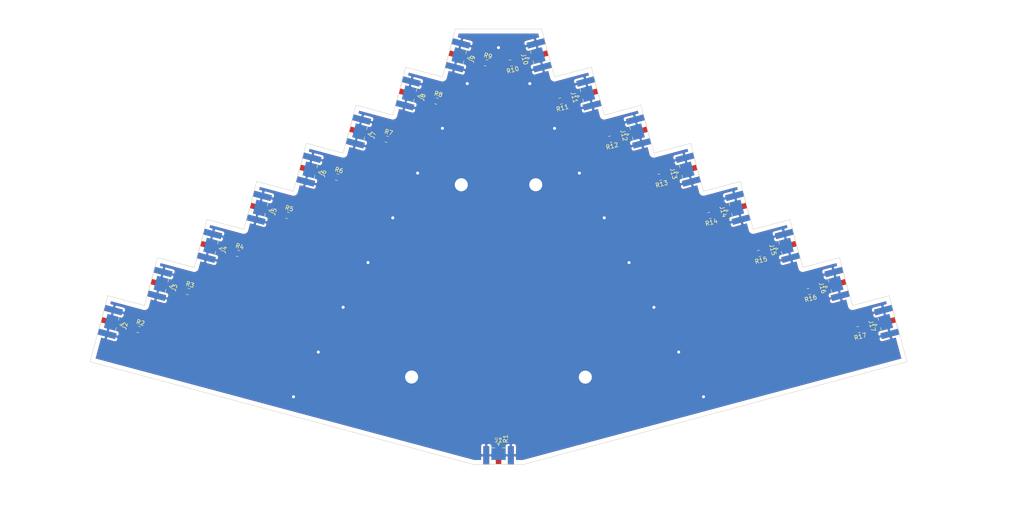
<source format=kicad_pcb>
(kicad_pcb (version 20171130) (host pcbnew 5.1.6-c6e7f7d~87~ubuntu18.04.1)
  (title_block (title "Divisor de potencia resistivo 1x16 - Coplanar") (date 2020-08-16) (rev PCB-C-1.3) (company "Instituto Balseiro") (comment 1 "Ingeniería en Telecomunicaciones") (comment 2 "Quinteros del Castillo, José Ignacio") (comment 3 "Sistema para Emulación, Adquisición y Procesamiento de Datos de Matrices de Sensores"))
  (layers (0 F.Cu signal) (31 B.Cu signal hide) (34 B.Paste user hide) (35 F.Paste user) (36 B.SilkS user hide) (37 F.SilkS user) (38 B.Mask user hide) (39 F.Mask user) (44 Edge.Cuts user))
  (net 0 "")
  (net 1 "Net-(J1-Pad1)")
  (net 2 GND)
  (net 3 "Net-(J2-Pad1)")
  (net 4 "Net-(J3-Pad1)")
  (net 5 "Net-(J4-Pad1)")
  (net 6 "Net-(J5-Pad1)")
  (net 7 "Net-(J6-Pad1)")
  (net 8 "Net-(J7-Pad1)")
  (net 9 "Net-(J8-Pad1)")
  (net 10 "Net-(J9-Pad1)")
  (net 11 "Net-(J10-Pad1)")
  (net 12 "Net-(J11-Pad1)")
  (net 13 "Net-(J12-Pad1)")
  (net 14 "Net-(J13-Pad1)")
  (net 15 "Net-(J14-Pad1)")
  (net 16 "Net-(J15-Pad1)")
  (net 17 "Net-(J16-Pad1)")
  (net 18 "Net-(J17-Pad1)")
  (net 19 "Net-(R1-Pad1)")
  (module Connector_Coaxial:SMA_Samtec_SMA-J-P-X-ST-EM1_EdgeMount (layer F.Cu) (at 147.262721 141.299623)
    (fp_text reference J1 (at 0 -3.5) (layer F.SilkS))
    (fp_text value SMA_Female)
    (fp_line (start 0.84 -1.71) (end 1.95 -1.71) (layer F.SilkS) (width 0.12))
    (fp_line (start -1.95 -1.71) (end -0.84 -1.71) (layer F.SilkS) (width 0.12))
    (fp_line (start 0.84 2) (end 1.95 2) (layer F.SilkS) (width 0.12))
    (fp_line (start -1.95 2) (end -0.84 2) (layer F.SilkS) (width 0.12))
    (fp_line (start 0 -2.26) (end 0.25 -2.76) (layer F.SilkS) (width 0.12))
    (fp_line (start 0.25 -2.76) (end -0.25 -2.76) (layer F.SilkS) (width 0.12))
    (fp_line (start -0.25 -2.76) (end 0 -2.26) (layer F.SilkS) (width 0.12))
    (pad 1 smd rect (at 0 0.2) (size 1.27 3.6) (layers F.Cu F.Paste F.Mask) (net 1 "Net-(J1-Pad1)"))
    (pad 2 smd rect (at 2.825 0) (size 1.35 4.2) (layers F.Cu F.Paste F.Mask) (net 2 GND))
    (pad 2 smd rect (at -2.825 0) (size 1.35 4.2) (layers F.Cu F.Paste F.Mask) (net 2 GND))
    (pad 2 smd rect (at 2.825 0) (size 1.35 4.2) (layers B.Cu B.Paste B.Mask) (net 2 GND))
    (pad 2 smd rect (at -2.825 0) (size 1.35 4.2) (layers B.Cu B.Paste B.Mask) (net 2 GND))
  )
  (module Connector_Coaxial:SMA_Samtec_SMA-J-P-X-ST-EM1_EdgeMount (layer F.Cu) (at 58.082722 110.689624 255)
    (fp_text reference J2 (at 0 -3.5 75) (layer F.SilkS))
    (fp_text value SMA_Female)
    (fp_line (start -0.25 -2.76) (end 0 -2.26) (layer F.SilkS) (width 0.12))
    (fp_line (start 0.25 -2.76) (end -0.25 -2.76) (layer F.SilkS) (width 0.12))
    (fp_line (start 0 -2.26) (end 0.25 -2.76) (layer F.SilkS) (width 0.12))
    (fp_line (start -1.95 2) (end -0.84 2) (layer F.SilkS) (width 0.12))
    (fp_line (start 0.84 2) (end 1.95 2) (layer F.SilkS) (width 0.12))
    (fp_line (start -1.95 -1.71) (end -0.84 -1.71) (layer F.SilkS) (width 0.12))
    (fp_line (start 0.84 -1.71) (end 1.95 -1.71) (layer F.SilkS) (width 0.12))
    (pad 2 smd rect (at -2.825 0 255) (size 1.35 4.2) (layers B.Cu B.Paste B.Mask) (net 2 GND))
    (pad 2 smd rect (at 2.825 0 255) (size 1.35 4.2) (layers B.Cu B.Paste B.Mask) (net 2 GND))
    (pad 2 smd rect (at -2.825 0 255) (size 1.35 4.2) (layers F.Cu F.Paste F.Mask) (net 2 GND))
    (pad 2 smd rect (at 2.825 0 255) (size 1.35 4.2) (layers F.Cu F.Paste F.Mask) (net 2 GND))
    (pad 1 smd rect (at 0 0.2 255) (size 1.27 3.6) (layers F.Cu F.Paste F.Mask) (net 3 "Net-(J2-Pad1)"))
  )
  (module Connector_Coaxial:SMA_Samtec_SMA-J-P-X-ST-EM1_EdgeMount (layer F.Cu) (at 69.472723 101.929626 255)
    (fp_text reference J3 (at 0 -3.5 75) (layer F.SilkS))
    (fp_text value SMA_Female)
    (fp_line (start -0.25 -2.76) (end 0 -2.26) (layer F.SilkS) (width 0.12))
    (fp_line (start 0.25 -2.76) (end -0.25 -2.76) (layer F.SilkS) (width 0.12))
    (fp_line (start 0 -2.26) (end 0.25 -2.76) (layer F.SilkS) (width 0.12))
    (fp_line (start -1.95 2) (end -0.84 2) (layer F.SilkS) (width 0.12))
    (fp_line (start 0.84 2) (end 1.95 2) (layer F.SilkS) (width 0.12))
    (fp_line (start -1.95 -1.71) (end -0.84 -1.71) (layer F.SilkS) (width 0.12))
    (fp_line (start 0.84 -1.71) (end 1.95 -1.71) (layer F.SilkS) (width 0.12))
    (pad 2 smd rect (at -2.825 0 255) (size 1.35 4.2) (layers B.Cu B.Paste B.Mask) (net 2 GND))
    (pad 2 smd rect (at 2.825 0 255) (size 1.35 4.2) (layers B.Cu B.Paste B.Mask) (net 2 GND))
    (pad 2 smd rect (at -2.825 0 255) (size 1.35 4.2) (layers F.Cu F.Paste F.Mask) (net 2 GND))
    (pad 2 smd rect (at 2.825 0 255) (size 1.35 4.2) (layers F.Cu F.Paste F.Mask) (net 2 GND))
    (pad 1 smd rect (at 0 0.2 255) (size 1.27 3.6) (layers F.Cu F.Paste F.Mask) (net 4 "Net-(J3-Pad1)"))
  )
  (module Connector_Coaxial:SMA_Samtec_SMA-J-P-X-ST-EM1_EdgeMount (layer F.Cu) (at 80.882722 93.189624 255)
    (fp_text reference J4 (at 0 -3.5 75) (layer F.SilkS))
    (fp_text value SMA_Female)
    (fp_line (start -0.25 -2.76) (end 0 -2.26) (layer F.SilkS) (width 0.12))
    (fp_line (start 0.25 -2.76) (end -0.25 -2.76) (layer F.SilkS) (width 0.12))
    (fp_line (start 0 -2.26) (end 0.25 -2.76) (layer F.SilkS) (width 0.12))
    (fp_line (start -1.95 2) (end -0.84 2) (layer F.SilkS) (width 0.12))
    (fp_line (start 0.84 2) (end 1.95 2) (layer F.SilkS) (width 0.12))
    (fp_line (start -1.95 -1.71) (end -0.84 -1.71) (layer F.SilkS) (width 0.12))
    (fp_line (start 0.84 -1.71) (end 1.95 -1.71) (layer F.SilkS) (width 0.12))
    (pad 2 smd rect (at -2.825 0 255) (size 1.35 4.2) (layers B.Cu B.Paste B.Mask) (net 2 GND))
    (pad 2 smd rect (at 2.825 0 255) (size 1.35 4.2) (layers B.Cu B.Paste B.Mask) (net 2 GND))
    (pad 2 smd rect (at -2.825 0 255) (size 1.35 4.2) (layers F.Cu F.Paste F.Mask) (net 2 GND))
    (pad 2 smd rect (at 2.825 0 255) (size 1.35 4.2) (layers F.Cu F.Paste F.Mask) (net 2 GND))
    (pad 1 smd rect (at 0 0.2 255) (size 1.27 3.6) (layers F.Cu F.Paste F.Mask) (net 5 "Net-(J4-Pad1)"))
  )
  (module Connector_Coaxial:SMA_Samtec_SMA-J-P-X-ST-EM1_EdgeMount (layer F.Cu) (at 92.282719 84.449626 255)
    (fp_text reference J5 (at 0 -3.5 75) (layer F.SilkS))
    (fp_text value SMA_Female)
    (fp_line (start 0.84 -1.71) (end 1.95 -1.71) (layer F.SilkS) (width 0.12))
    (fp_line (start -1.95 -1.71) (end -0.84 -1.71) (layer F.SilkS) (width 0.12))
    (fp_line (start 0.84 2) (end 1.95 2) (layer F.SilkS) (width 0.12))
    (fp_line (start -1.95 2) (end -0.84 2) (layer F.SilkS) (width 0.12))
    (fp_line (start 0 -2.26) (end 0.25 -2.76) (layer F.SilkS) (width 0.12))
    (fp_line (start 0.25 -2.76) (end -0.25 -2.76) (layer F.SilkS) (width 0.12))
    (fp_line (start -0.25 -2.76) (end 0 -2.26) (layer F.SilkS) (width 0.12))
    (pad 1 smd rect (at 0 0.2 255) (size 1.27 3.6) (layers F.Cu F.Paste F.Mask) (net 6 "Net-(J5-Pad1)"))
    (pad 2 smd rect (at 2.825 0 255) (size 1.35 4.2) (layers F.Cu F.Paste F.Mask) (net 2 GND))
    (pad 2 smd rect (at -2.825 0 255) (size 1.35 4.2) (layers F.Cu F.Paste F.Mask) (net 2 GND))
    (pad 2 smd rect (at 2.825 0 255) (size 1.35 4.2) (layers B.Cu B.Paste B.Mask) (net 2 GND))
    (pad 2 smd rect (at -2.825 0 255) (size 1.35 4.2) (layers B.Cu B.Paste B.Mask) (net 2 GND))
  )
  (module Connector_Coaxial:SMA_Samtec_SMA-J-P-X-ST-EM1_EdgeMount (layer F.Cu) (at 103.67272 75.689625 255)
    (fp_text reference J6 (at 0 -3.5 75) (layer F.SilkS))
    (fp_text value SMA_Female)
    (fp_line (start -0.25 -2.76) (end 0 -2.26) (layer F.SilkS) (width 0.12))
    (fp_line (start 0.25 -2.76) (end -0.25 -2.76) (layer F.SilkS) (width 0.12))
    (fp_line (start 0 -2.26) (end 0.25 -2.76) (layer F.SilkS) (width 0.12))
    (fp_line (start -1.95 2) (end -0.84 2) (layer F.SilkS) (width 0.12))
    (fp_line (start 0.84 2) (end 1.95 2) (layer F.SilkS) (width 0.12))
    (fp_line (start -1.95 -1.71) (end -0.84 -1.71) (layer F.SilkS) (width 0.12))
    (fp_line (start 0.84 -1.71) (end 1.95 -1.71) (layer F.SilkS) (width 0.12))
    (pad 2 smd rect (at -2.825 0 255) (size 1.35 4.2) (layers B.Cu B.Paste B.Mask) (net 2 GND))
    (pad 2 smd rect (at 2.825 0 255) (size 1.35 4.2) (layers B.Cu B.Paste B.Mask) (net 2 GND))
    (pad 2 smd rect (at -2.825 0 255) (size 1.35 4.2) (layers F.Cu F.Paste F.Mask) (net 2 GND))
    (pad 2 smd rect (at 2.825 0 255) (size 1.35 4.2) (layers F.Cu F.Paste F.Mask) (net 2 GND))
    (pad 1 smd rect (at 0 0.2 255) (size 1.27 3.6) (layers F.Cu F.Paste F.Mask) (net 7 "Net-(J6-Pad1)"))
  )
  (module Connector_Coaxial:SMA_Samtec_SMA-J-P-X-ST-EM1_EdgeMount (layer F.Cu) (at 115.08272 66.929625 255)
    (fp_text reference J7 (at 0 -3.5 75) (layer F.SilkS))
    (fp_text value SMA_Female)
    (fp_line (start 0.84 -1.71) (end 1.95 -1.71) (layer F.SilkS) (width 0.12))
    (fp_line (start -1.95 -1.71) (end -0.84 -1.71) (layer F.SilkS) (width 0.12))
    (fp_line (start 0.84 2) (end 1.95 2) (layer F.SilkS) (width 0.12))
    (fp_line (start -1.95 2) (end -0.84 2) (layer F.SilkS) (width 0.12))
    (fp_line (start 0 -2.26) (end 0.25 -2.76) (layer F.SilkS) (width 0.12))
    (fp_line (start 0.25 -2.76) (end -0.25 -2.76) (layer F.SilkS) (width 0.12))
    (fp_line (start -0.25 -2.76) (end 0 -2.26) (layer F.SilkS) (width 0.12))
    (pad 1 smd rect (at 0 0.2 255) (size 1.27 3.6) (layers F.Cu F.Paste F.Mask) (net 8 "Net-(J7-Pad1)"))
    (pad 2 smd rect (at 2.825 0 255) (size 1.35 4.2) (layers F.Cu F.Paste F.Mask) (net 2 GND))
    (pad 2 smd rect (at -2.825 0 255) (size 1.35 4.2) (layers F.Cu F.Paste F.Mask) (net 2 GND))
    (pad 2 smd rect (at 2.825 0 255) (size 1.35 4.2) (layers B.Cu B.Paste B.Mask) (net 2 GND))
    (pad 2 smd rect (at -2.825 0 255) (size 1.35 4.2) (layers B.Cu B.Paste B.Mask) (net 2 GND))
  )
  (module Connector_Coaxial:SMA_Samtec_SMA-J-P-X-ST-EM1_EdgeMount (layer F.Cu) (at 126.472719 58.189626 255)
    (fp_text reference J8 (at 0 -3.5 75) (layer F.SilkS))
    (fp_text value SMA_Female)
    (fp_line (start 0.84 -1.71) (end 1.95 -1.71) (layer F.SilkS) (width 0.12))
    (fp_line (start -1.95 -1.71) (end -0.84 -1.71) (layer F.SilkS) (width 0.12))
    (fp_line (start 0.84 2) (end 1.95 2) (layer F.SilkS) (width 0.12))
    (fp_line (start -1.95 2) (end -0.84 2) (layer F.SilkS) (width 0.12))
    (fp_line (start 0 -2.26) (end 0.25 -2.76) (layer F.SilkS) (width 0.12))
    (fp_line (start 0.25 -2.76) (end -0.25 -2.76) (layer F.SilkS) (width 0.12))
    (fp_line (start -0.25 -2.76) (end 0 -2.26) (layer F.SilkS) (width 0.12))
    (pad 1 smd rect (at 0 0.2 255) (size 1.27 3.6) (layers F.Cu F.Paste F.Mask) (net 9 "Net-(J8-Pad1)"))
    (pad 2 smd rect (at 2.825 0 255) (size 1.35 4.2) (layers F.Cu F.Paste F.Mask) (net 2 GND))
    (pad 2 smd rect (at -2.825 0 255) (size 1.35 4.2) (layers F.Cu F.Paste F.Mask) (net 2 GND))
    (pad 2 smd rect (at 2.825 0 255) (size 1.35 4.2) (layers B.Cu B.Paste B.Mask) (net 2 GND))
    (pad 2 smd rect (at -2.825 0 255) (size 1.35 4.2) (layers B.Cu B.Paste B.Mask) (net 2 GND))
  )
  (module Connector_Coaxial:SMA_Samtec_SMA-J-P-X-ST-EM1_EdgeMount (layer F.Cu) (at 137.882722 49.449626 255)
    (fp_text reference J9 (at 0 -3.5 75) (layer F.SilkS))
    (fp_text value SMA_Female)
    (fp_line (start -0.25 -2.76) (end 0 -2.26) (layer F.SilkS) (width 0.12))
    (fp_line (start 0.25 -2.76) (end -0.25 -2.76) (layer F.SilkS) (width 0.12))
    (fp_line (start 0 -2.26) (end 0.25 -2.76) (layer F.SilkS) (width 0.12))
    (fp_line (start -1.95 2) (end -0.84 2) (layer F.SilkS) (width 0.12))
    (fp_line (start 0.84 2) (end 1.95 2) (layer F.SilkS) (width 0.12))
    (fp_line (start -1.95 -1.71) (end -0.84 -1.71) (layer F.SilkS) (width 0.12))
    (fp_line (start 0.84 -1.71) (end 1.95 -1.71) (layer F.SilkS) (width 0.12))
    (pad 2 smd rect (at -2.825 0 255) (size 1.35 4.2) (layers B.Cu B.Paste B.Mask) (net 2 GND))
    (pad 2 smd rect (at 2.825 0 255) (size 1.35 4.2) (layers B.Cu B.Paste B.Mask) (net 2 GND))
    (pad 2 smd rect (at -2.825 0 255) (size 1.35 4.2) (layers F.Cu F.Paste F.Mask) (net 2 GND))
    (pad 2 smd rect (at 2.825 0 255) (size 1.35 4.2) (layers F.Cu F.Paste F.Mask) (net 2 GND))
    (pad 1 smd rect (at 0 0.2 255) (size 1.27 3.6) (layers F.Cu F.Paste F.Mask) (net 10 "Net-(J9-Pad1)"))
  )
  (module Connector_Coaxial:SMA_Samtec_SMA-J-P-X-ST-EM1_EdgeMount (layer F.Cu) (at 156.622723 49.439624 105)
    (fp_text reference J10 (at 0 -3.5 105) (layer F.SilkS))
    (fp_text value SMA_Female)
    (fp_line (start -0.25 -2.76) (end 0 -2.26) (layer F.SilkS) (width 0.12))
    (fp_line (start 0.25 -2.76) (end -0.25 -2.76) (layer F.SilkS) (width 0.12))
    (fp_line (start 0 -2.26) (end 0.25 -2.76) (layer F.SilkS) (width 0.12))
    (fp_line (start -1.95 2) (end -0.84 2) (layer F.SilkS) (width 0.12))
    (fp_line (start 0.84 2) (end 1.95 2) (layer F.SilkS) (width 0.12))
    (fp_line (start -1.95 -1.71) (end -0.84 -1.71) (layer F.SilkS) (width 0.12))
    (fp_line (start 0.84 -1.71) (end 1.95 -1.71) (layer F.SilkS) (width 0.12))
    (pad 2 smd rect (at -2.825 0 105) (size 1.35 4.2) (layers B.Cu B.Paste B.Mask) (net 2 GND))
    (pad 2 smd rect (at 2.825 0 105) (size 1.35 4.2) (layers B.Cu B.Paste B.Mask) (net 2 GND))
    (pad 2 smd rect (at -2.825 0 105) (size 1.35 4.2) (layers F.Cu F.Paste F.Mask) (net 2 GND))
    (pad 2 smd rect (at 2.825 0 105) (size 1.35 4.2) (layers F.Cu F.Paste F.Mask) (net 2 GND))
    (pad 1 smd rect (at 0 0.2 105) (size 1.27 3.6) (layers F.Cu F.Paste F.Mask) (net 11 "Net-(J10-Pad1)"))
  )
  (module Connector_Coaxial:SMA_Samtec_SMA-J-P-X-ST-EM1_EdgeMount (layer F.Cu) (at 168.032721 58.199625 105)
    (fp_text reference J11 (at 0 -3.5 105) (layer F.SilkS))
    (fp_text value SMA_Female)
    (fp_line (start 0.84 -1.71) (end 1.95 -1.71) (layer F.SilkS) (width 0.12))
    (fp_line (start -1.95 -1.71) (end -0.84 -1.71) (layer F.SilkS) (width 0.12))
    (fp_line (start 0.84 2) (end 1.95 2) (layer F.SilkS) (width 0.12))
    (fp_line (start -1.95 2) (end -0.84 2) (layer F.SilkS) (width 0.12))
    (fp_line (start 0 -2.26) (end 0.25 -2.76) (layer F.SilkS) (width 0.12))
    (fp_line (start 0.25 -2.76) (end -0.25 -2.76) (layer F.SilkS) (width 0.12))
    (fp_line (start -0.25 -2.76) (end 0 -2.26) (layer F.SilkS) (width 0.12))
    (pad 1 smd rect (at 0 0.2 105) (size 1.27 3.6) (layers F.Cu F.Paste F.Mask) (net 12 "Net-(J11-Pad1)"))
    (pad 2 smd rect (at 2.825 0 105) (size 1.35 4.2) (layers F.Cu F.Paste F.Mask) (net 2 GND))
    (pad 2 smd rect (at -2.825 0 105) (size 1.35 4.2) (layers F.Cu F.Paste F.Mask) (net 2 GND))
    (pad 2 smd rect (at 2.825 0 105) (size 1.35 4.2) (layers B.Cu B.Paste B.Mask) (net 2 GND))
    (pad 2 smd rect (at -2.825 0 105) (size 1.35 4.2) (layers B.Cu B.Paste B.Mask) (net 2 GND))
  )
  (module Connector_Coaxial:SMA_Samtec_SMA-J-P-X-ST-EM1_EdgeMount (layer F.Cu) (at 179.432722 66.939625 105)
    (fp_text reference J12 (at 0 -3.5 105) (layer F.SilkS))
    (fp_text value SMA_Female)
    (fp_line (start 0.84 -1.71) (end 1.95 -1.71) (layer F.SilkS) (width 0.12))
    (fp_line (start -1.95 -1.71) (end -0.84 -1.71) (layer F.SilkS) (width 0.12))
    (fp_line (start 0.84 2) (end 1.95 2) (layer F.SilkS) (width 0.12))
    (fp_line (start -1.95 2) (end -0.84 2) (layer F.SilkS) (width 0.12))
    (fp_line (start 0 -2.26) (end 0.25 -2.76) (layer F.SilkS) (width 0.12))
    (fp_line (start 0.25 -2.76) (end -0.25 -2.76) (layer F.SilkS) (width 0.12))
    (fp_line (start -0.25 -2.76) (end 0 -2.26) (layer F.SilkS) (width 0.12))
    (pad 1 smd rect (at 0 0.2 105) (size 1.27 3.6) (layers F.Cu F.Paste F.Mask) (net 13 "Net-(J12-Pad1)"))
    (pad 2 smd rect (at 2.825 0 105) (size 1.35 4.2) (layers F.Cu F.Paste F.Mask) (net 2 GND))
    (pad 2 smd rect (at -2.825 0 105) (size 1.35 4.2) (layers F.Cu F.Paste F.Mask) (net 2 GND))
    (pad 2 smd rect (at 2.825 0 105) (size 1.35 4.2) (layers B.Cu B.Paste B.Mask) (net 2 GND))
    (pad 2 smd rect (at -2.825 0 105) (size 1.35 4.2) (layers B.Cu B.Paste B.Mask) (net 2 GND))
  )
  (module Connector_Coaxial:SMA_Samtec_SMA-J-P-X-ST-EM1_EdgeMount (layer F.Cu) (at 190.81272 75.699623 105)
    (fp_text reference J13 (at 0 -3.5 105) (layer F.SilkS))
    (fp_text value SMA_Female)
    (fp_line (start -0.25 -2.76) (end 0 -2.26) (layer F.SilkS) (width 0.12))
    (fp_line (start 0.25 -2.76) (end -0.25 -2.76) (layer F.SilkS) (width 0.12))
    (fp_line (start 0 -2.26) (end 0.25 -2.76) (layer F.SilkS) (width 0.12))
    (fp_line (start -1.95 2) (end -0.84 2) (layer F.SilkS) (width 0.12))
    (fp_line (start 0.84 2) (end 1.95 2) (layer F.SilkS) (width 0.12))
    (fp_line (start -1.95 -1.71) (end -0.84 -1.71) (layer F.SilkS) (width 0.12))
    (fp_line (start 0.84 -1.71) (end 1.95 -1.71) (layer F.SilkS) (width 0.12))
    (pad 2 smd rect (at -2.825 0 105) (size 1.35 4.2) (layers B.Cu B.Paste B.Mask) (net 2 GND))
    (pad 2 smd rect (at 2.825 0 105) (size 1.35 4.2) (layers B.Cu B.Paste B.Mask) (net 2 GND))
    (pad 2 smd rect (at -2.825 0 105) (size 1.35 4.2) (layers F.Cu F.Paste F.Mask) (net 2 GND))
    (pad 2 smd rect (at 2.825 0 105) (size 1.35 4.2) (layers F.Cu F.Paste F.Mask) (net 2 GND))
    (pad 1 smd rect (at 0 0.2 105) (size 1.27 3.6) (layers F.Cu F.Paste F.Mask) (net 14 "Net-(J13-Pad1)"))
  )
  (module Connector_Coaxial:SMA_Samtec_SMA-J-P-X-ST-EM1_EdgeMount (layer F.Cu) (at 202.227257 84.444805 105)
    (fp_text reference J14 (at 0 -3.5 105) (layer F.SilkS))
    (fp_text value SMA_Female)
    (fp_line (start -0.25 -2.76) (end 0 -2.26) (layer F.SilkS) (width 0.12))
    (fp_line (start 0.25 -2.76) (end -0.25 -2.76) (layer F.SilkS) (width 0.12))
    (fp_line (start 0 -2.26) (end 0.25 -2.76) (layer F.SilkS) (width 0.12))
    (fp_line (start -1.95 2) (end -0.84 2) (layer F.SilkS) (width 0.12))
    (fp_line (start 0.84 2) (end 1.95 2) (layer F.SilkS) (width 0.12))
    (fp_line (start -1.95 -1.71) (end -0.84 -1.71) (layer F.SilkS) (width 0.12))
    (fp_line (start 0.84 -1.71) (end 1.95 -1.71) (layer F.SilkS) (width 0.12))
    (pad 2 smd rect (at -2.825 0 105) (size 1.35 4.2) (layers B.Cu B.Paste B.Mask) (net 2 GND))
    (pad 2 smd rect (at 2.825 0 105) (size 1.35 4.2) (layers B.Cu B.Paste B.Mask) (net 2 GND))
    (pad 2 smd rect (at -2.825 0 105) (size 1.35 4.2) (layers F.Cu F.Paste F.Mask) (net 2 GND))
    (pad 2 smd rect (at 2.825 0 105) (size 1.35 4.2) (layers F.Cu F.Paste F.Mask) (net 2 GND))
    (pad 1 smd rect (at 0 0.2 105) (size 1.27 3.6) (layers F.Cu F.Paste F.Mask) (net 15 "Net-(J14-Pad1)"))
  )
  (module Connector_Coaxial:SMA_Samtec_SMA-J-P-X-ST-EM1_EdgeMount (layer F.Cu) (at 213.622719 93.199625 105)
    (fp_text reference J15 (at 0 -3.5 105) (layer F.SilkS))
    (fp_text value SMA_Female)
    (fp_line (start 0.84 -1.71) (end 1.95 -1.71) (layer F.SilkS) (width 0.12))
    (fp_line (start -1.95 -1.71) (end -0.84 -1.71) (layer F.SilkS) (width 0.12))
    (fp_line (start 0.84 2) (end 1.95 2) (layer F.SilkS) (width 0.12))
    (fp_line (start -1.95 2) (end -0.84 2) (layer F.SilkS) (width 0.12))
    (fp_line (start 0 -2.26) (end 0.25 -2.76) (layer F.SilkS) (width 0.12))
    (fp_line (start 0.25 -2.76) (end -0.25 -2.76) (layer F.SilkS) (width 0.12))
    (fp_line (start -0.25 -2.76) (end 0 -2.26) (layer F.SilkS) (width 0.12))
    (pad 1 smd rect (at 0 0.2 105) (size 1.27 3.6) (layers F.Cu F.Paste F.Mask) (net 16 "Net-(J15-Pad1)"))
    (pad 2 smd rect (at 2.825 0 105) (size 1.35 4.2) (layers F.Cu F.Paste F.Mask) (net 2 GND))
    (pad 2 smd rect (at -2.825 0 105) (size 1.35 4.2) (layers F.Cu F.Paste F.Mask) (net 2 GND))
    (pad 2 smd rect (at 2.825 0 105) (size 1.35 4.2) (layers B.Cu B.Paste B.Mask) (net 2 GND))
    (pad 2 smd rect (at -2.825 0 105) (size 1.35 4.2) (layers B.Cu B.Paste B.Mask) (net 2 GND))
  )
  (module Connector_Coaxial:SMA_Samtec_SMA-J-P-X-ST-EM1_EdgeMount (layer F.Cu) (at 225.022721 101.949624 105)
    (fp_text reference J16 (at 0 -3.5 105) (layer F.SilkS))
    (fp_text value SMA_Female)
    (fp_line (start 0.84 -1.71) (end 1.95 -1.71) (layer F.SilkS) (width 0.12))
    (fp_line (start -1.95 -1.71) (end -0.84 -1.71) (layer F.SilkS) (width 0.12))
    (fp_line (start 0.84 2) (end 1.95 2) (layer F.SilkS) (width 0.12))
    (fp_line (start -1.95 2) (end -0.84 2) (layer F.SilkS) (width 0.12))
    (fp_line (start 0 -2.26) (end 0.25 -2.76) (layer F.SilkS) (width 0.12))
    (fp_line (start 0.25 -2.76) (end -0.25 -2.76) (layer F.SilkS) (width 0.12))
    (fp_line (start -0.25 -2.76) (end 0 -2.26) (layer F.SilkS) (width 0.12))
    (pad 1 smd rect (at 0 0.2 105) (size 1.27 3.6) (layers F.Cu F.Paste F.Mask) (net 17 "Net-(J16-Pad1)"))
    (pad 2 smd rect (at 2.825 0 105) (size 1.35 4.2) (layers F.Cu F.Paste F.Mask) (net 2 GND))
    (pad 2 smd rect (at -2.825 0 105) (size 1.35 4.2) (layers F.Cu F.Paste F.Mask) (net 2 GND))
    (pad 2 smd rect (at 2.825 0 105) (size 1.35 4.2) (layers B.Cu B.Paste B.Mask) (net 2 GND))
    (pad 2 smd rect (at -2.825 0 105) (size 1.35 4.2) (layers B.Cu B.Paste B.Mask) (net 2 GND))
  )
  (module Connector_Coaxial:SMA_Samtec_SMA-J-P-X-ST-EM1_EdgeMount (layer F.Cu) (at 236.412723 110.689625 105)
    (fp_text reference J17 (at 0 -3.5 105) (layer F.SilkS))
    (fp_text value SMA_Female)
    (fp_line (start -0.25 -2.76) (end 0 -2.26) (layer F.SilkS) (width 0.12))
    (fp_line (start 0.25 -2.76) (end -0.25 -2.76) (layer F.SilkS) (width 0.12))
    (fp_line (start 0 -2.26) (end 0.25 -2.76) (layer F.SilkS) (width 0.12))
    (fp_line (start -1.95 2) (end -0.84 2) (layer F.SilkS) (width 0.12))
    (fp_line (start 0.84 2) (end 1.95 2) (layer F.SilkS) (width 0.12))
    (fp_line (start -1.95 -1.71) (end -0.84 -1.71) (layer F.SilkS) (width 0.12))
    (fp_line (start 0.84 -1.71) (end 1.95 -1.71) (layer F.SilkS) (width 0.12))
    (pad 2 smd rect (at -2.825 0 105) (size 1.35 4.2) (layers B.Cu B.Paste B.Mask) (net 2 GND))
    (pad 2 smd rect (at 2.825 0 105) (size 1.35 4.2) (layers B.Cu B.Paste B.Mask) (net 2 GND))
    (pad 2 smd rect (at -2.825 0 105) (size 1.35 4.2) (layers F.Cu F.Paste F.Mask) (net 2 GND))
    (pad 2 smd rect (at 2.825 0 105) (size 1.35 4.2) (layers F.Cu F.Paste F.Mask) (net 2 GND))
    (pad 1 smd rect (at 0 0.2 105) (size 1.27 3.6) (layers F.Cu F.Paste F.Mask) (net 18 "Net-(J17-Pad1)"))
  )
  (module Resistor_SMD:R_0805_2012Metric_Pad1.15x1.40mm_HandSolder (layer F.Cu) (at 147.23272 137.509623 270)
    (fp_text reference R1 (at 0 -1.65 90) (layer F.SilkS))
    (fp_text value 43)
    (fp_line (start -0.261252 0.71) (end 0.261252 0.71) (layer F.SilkS) (width 0.12))
    (fp_line (start -0.261252 -0.71) (end 0.261252 -0.71) (layer F.SilkS) (width 0.12))
    (pad 2 smd roundrect (at 1.025 0 270) (size 1.15 1.4) (layers F.Cu F.Paste F.Mask) (roundrect_rratio 0.217391) (net 1 "Net-(J1-Pad1)"))
    (pad 1 smd roundrect (at -1.025 0 270) (size 1.15 1.4) (layers F.Cu F.Paste F.Mask) (roundrect_rratio 0.217391) (net 19 "Net-(R1-Pad1)"))
  )
  (module Resistor_SMD:R_0805_2012Metric_Pad1.15x1.40mm_HandSolder (layer F.Cu) (at 64.612722 112.419623 345)
    (fp_text reference R2 (at 0 -1.65 165) (layer F.SilkS))
    (fp_text value 43)
    (fp_line (start -0.261252 -0.71) (end 0.261252 -0.71) (layer F.SilkS) (width 0.12))
    (fp_line (start -0.261252 0.71) (end 0.261252 0.71) (layer F.SilkS) (width 0.12))
    (pad 1 smd roundrect (at -1.025 0 345) (size 1.15 1.4) (layers F.Cu F.Paste F.Mask) (roundrect_rratio 0.217391) (net 3 "Net-(J2-Pad1)"))
    (pad 2 smd roundrect (at 1.025 0 345) (size 1.15 1.4) (layers F.Cu F.Paste F.Mask) (roundrect_rratio 0.217391) (net 19 "Net-(R1-Pad1)"))
  )
  (module Resistor_SMD:R_0805_2012Metric_Pad1.15x1.40mm_HandSolder (layer F.Cu) (at 76.002722 103.699624 345)
    (fp_text reference R3 (at 0 -1.65 165) (layer F.SilkS))
    (fp_text value 43)
    (fp_line (start -0.261252 0.71) (end 0.261252 0.71) (layer F.SilkS) (width 0.12))
    (fp_line (start -0.261252 -0.71) (end 0.261252 -0.71) (layer F.SilkS) (width 0.12))
    (pad 2 smd roundrect (at 1.025 0 345) (size 1.15 1.4) (layers F.Cu F.Paste F.Mask) (roundrect_rratio 0.217391) (net 19 "Net-(R1-Pad1)"))
    (pad 1 smd roundrect (at -1.025 0 345) (size 1.15 1.4) (layers F.Cu F.Paste F.Mask) (roundrect_rratio 0.217391) (net 4 "Net-(J3-Pad1)"))
  )
  (module Resistor_SMD:R_0805_2012Metric_Pad1.15x1.40mm_HandSolder (layer F.Cu) (at 87.402723 94.939624 345)
    (fp_text reference R4 (at 0 -1.65 165) (layer F.SilkS))
    (fp_text value 43)
    (fp_line (start -0.261252 -0.71) (end 0.261252 -0.71) (layer F.SilkS) (width 0.12))
    (fp_line (start -0.261252 0.71) (end 0.261252 0.71) (layer F.SilkS) (width 0.12))
    (pad 1 smd roundrect (at -1.025 0 345) (size 1.15 1.4) (layers F.Cu F.Paste F.Mask) (roundrect_rratio 0.217391) (net 5 "Net-(J4-Pad1)"))
    (pad 2 smd roundrect (at 1.025 0 345) (size 1.15 1.4) (layers F.Cu F.Paste F.Mask) (roundrect_rratio 0.217391) (net 19 "Net-(R1-Pad1)"))
  )
  (module Resistor_SMD:R_0805_2012Metric_Pad1.15x1.40mm_HandSolder (layer F.Cu) (at 98.792646 86.204333 345)
    (fp_text reference R5 (at 0 -1.65 165) (layer F.SilkS))
    (fp_text value 43)
    (fp_line (start -0.261252 0.71) (end 0.261252 0.71) (layer F.SilkS) (width 0.12))
    (fp_line (start -0.261252 -0.71) (end 0.261252 -0.71) (layer F.SilkS) (width 0.12))
    (pad 2 smd roundrect (at 1.025 0 345) (size 1.15 1.4) (layers F.Cu F.Paste F.Mask) (roundrect_rratio 0.217391) (net 19 "Net-(R1-Pad1)"))
    (pad 1 smd roundrect (at -1.025 0 345) (size 1.15 1.4) (layers F.Cu F.Paste F.Mask) (roundrect_rratio 0.217391) (net 6 "Net-(J5-Pad1)"))
  )
  (module Resistor_SMD:R_0805_2012Metric_Pad1.15x1.40mm_HandSolder (layer F.Cu) (at 110.202648 77.434333 345)
    (fp_text reference R6 (at 0 -1.65 165) (layer F.SilkS))
    (fp_text value 43)
    (fp_line (start -0.261252 -0.71) (end 0.261252 -0.71) (layer F.SilkS) (width 0.12))
    (fp_line (start -0.261252 0.71) (end 0.261252 0.71) (layer F.SilkS) (width 0.12))
    (pad 1 smd roundrect (at -1.025 0 345) (size 1.15 1.4) (layers F.Cu F.Paste F.Mask) (roundrect_rratio 0.217391) (net 7 "Net-(J6-Pad1)"))
    (pad 2 smd roundrect (at 1.025 0 345) (size 1.15 1.4) (layers F.Cu F.Paste F.Mask) (roundrect_rratio 0.217391) (net 19 "Net-(R1-Pad1)"))
  )
  (module Resistor_SMD:R_0805_2012Metric_Pad1.15x1.40mm_HandSolder (layer F.Cu) (at 121.60272 68.719623 345)
    (fp_text reference R7 (at 0 -1.65 165) (layer F.SilkS))
    (fp_text value 43)
    (fp_line (start -0.261252 0.71) (end 0.261252 0.71) (layer F.SilkS) (width 0.12))
    (fp_line (start -0.261252 -0.71) (end 0.261252 -0.71) (layer F.SilkS) (width 0.12))
    (pad 2 smd roundrect (at 1.025 0 345) (size 1.15 1.4) (layers F.Cu F.Paste F.Mask) (roundrect_rratio 0.217391) (net 19 "Net-(R1-Pad1)"))
    (pad 1 smd roundrect (at -1.025 0 345) (size 1.15 1.4) (layers F.Cu F.Paste F.Mask) (roundrect_rratio 0.217391) (net 8 "Net-(J7-Pad1)"))
  )
  (module Resistor_SMD:R_0805_2012Metric_Pad1.15x1.40mm_HandSolder (layer F.Cu) (at 133.022648 59.954333 345)
    (fp_text reference R8 (at 0 -1.65 165) (layer F.SilkS))
    (fp_text value 43)
    (fp_line (start -0.261252 -0.71) (end 0.261252 -0.71) (layer F.SilkS) (width 0.12))
    (fp_line (start -0.261252 0.71) (end 0.261252 0.71) (layer F.SilkS) (width 0.12))
    (pad 1 smd roundrect (at -1.025 0 345) (size 1.15 1.4) (layers F.Cu F.Paste F.Mask) (roundrect_rratio 0.217391) (net 9 "Net-(J8-Pad1)"))
    (pad 2 smd roundrect (at 1.025 0 345) (size 1.15 1.4) (layers F.Cu F.Paste F.Mask) (roundrect_rratio 0.217391) (net 19 "Net-(R1-Pad1)"))
  )
  (module Resistor_SMD:R_0805_2012Metric_Pad1.15x1.40mm_HandSolder (layer F.Cu) (at 144.402646 51.184332 345)
    (fp_text reference R9 (at 0 -1.65 165) (layer F.SilkS))
    (fp_text value 43)
    (fp_line (start -0.261252 0.71) (end 0.261252 0.71) (layer F.SilkS) (width 0.12))
    (fp_line (start -0.261252 -0.71) (end 0.261252 -0.71) (layer F.SilkS) (width 0.12))
    (pad 2 smd roundrect (at 1.025 0 345) (size 1.15 1.4) (layers F.Cu F.Paste F.Mask) (roundrect_rratio 0.217391) (net 19 "Net-(R1-Pad1)"))
    (pad 1 smd roundrect (at -1.025 0 345) (size 1.15 1.4) (layers F.Cu F.Paste F.Mask) (roundrect_rratio 0.217391) (net 10 "Net-(J9-Pad1)"))
  )
  (module Resistor_SMD:R_0805_2012Metric_Pad1.15x1.40mm_HandSolder (layer F.Cu) (at 150.092721 51.219624 195)
    (fp_text reference R10 (at 0 -1.65 15) (layer F.SilkS))
    (fp_text value 43)
    (fp_line (start -0.261252 -0.71) (end 0.261252 -0.71) (layer F.SilkS) (width 0.12))
    (fp_line (start -0.261252 0.71) (end 0.261252 0.71) (layer F.SilkS) (width 0.12))
    (pad 1 smd roundrect (at -1.025 0 195) (size 1.15 1.4) (layers F.Cu F.Paste F.Mask) (roundrect_rratio 0.217391) (net 11 "Net-(J10-Pad1)"))
    (pad 2 smd roundrect (at 1.025 0 195) (size 1.15 1.4) (layers F.Cu F.Paste F.Mask) (roundrect_rratio 0.217391) (net 19 "Net-(R1-Pad1)"))
  )
  (module Resistor_SMD:R_0805_2012Metric_Pad1.15x1.40mm_HandSolder (layer F.Cu) (at 161.512721 59.949624 195)
    (fp_text reference R11 (at 0 -1.65 15) (layer F.SilkS))
    (fp_text value 43)
    (fp_line (start -0.261252 -0.71) (end 0.261252 -0.71) (layer F.SilkS) (width 0.12))
    (fp_line (start -0.261252 0.71) (end 0.261252 0.71) (layer F.SilkS) (width 0.12))
    (pad 1 smd roundrect (at -1.025 0 195) (size 1.15 1.4) (layers F.Cu F.Paste F.Mask) (roundrect_rratio 0.217391) (net 12 "Net-(J11-Pad1)"))
    (pad 2 smd roundrect (at 1.025 0 195) (size 1.15 1.4) (layers F.Cu F.Paste F.Mask) (roundrect_rratio 0.217391) (net 19 "Net-(R1-Pad1)"))
  )
  (module Resistor_SMD:R_0805_2012Metric_Pad1.15x1.40mm_HandSolder (layer F.Cu) (at 172.912722 68.709623 195)
    (fp_text reference R12 (at 0 -1.65 15) (layer F.SilkS))
    (fp_text value 43)
    (fp_line (start -0.261252 0.71) (end 0.261252 0.71) (layer F.SilkS) (width 0.12))
    (fp_line (start -0.261252 -0.71) (end 0.261252 -0.71) (layer F.SilkS) (width 0.12))
    (pad 2 smd roundrect (at 1.025 0 195) (size 1.15 1.4) (layers F.Cu F.Paste F.Mask) (roundrect_rratio 0.217391) (net 19 "Net-(R1-Pad1)"))
    (pad 1 smd roundrect (at -1.025 0 195) (size 1.15 1.4) (layers F.Cu F.Paste F.Mask) (roundrect_rratio 0.217391) (net 13 "Net-(J12-Pad1)"))
  )
  (module Resistor_SMD:R_0805_2012Metric_Pad1.15x1.40mm_HandSolder (layer F.Cu) (at 184.292722 77.429623 195)
    (fp_text reference R13 (at 0 -1.65 15) (layer F.SilkS))
    (fp_text value 43)
    (fp_line (start -0.261252 -0.71) (end 0.261252 -0.71) (layer F.SilkS) (width 0.12))
    (fp_line (start -0.261252 0.71) (end 0.261252 0.71) (layer F.SilkS) (width 0.12))
    (pad 1 smd roundrect (at -1.025 0 195) (size 1.15 1.4) (layers F.Cu F.Paste F.Mask) (roundrect_rratio 0.217391) (net 14 "Net-(J13-Pad1)"))
    (pad 2 smd roundrect (at 1.025 0 195) (size 1.15 1.4) (layers F.Cu F.Paste F.Mask) (roundrect_rratio 0.217391) (net 19 "Net-(R1-Pad1)"))
  )
  (module Resistor_SMD:R_0805_2012Metric_Pad1.15x1.40mm_HandSolder (layer F.Cu) (at 195.712722 86.219624 195)
    (fp_text reference R14 (at 0 -1.65 15) (layer F.SilkS))
    (fp_text value 43)
    (fp_line (start -0.261252 0.71) (end 0.261252 0.71) (layer F.SilkS) (width 0.12))
    (fp_line (start -0.261252 -0.71) (end 0.261252 -0.71) (layer F.SilkS) (width 0.12))
    (pad 2 smd roundrect (at 1.025 0 195) (size 1.15 1.4) (layers F.Cu F.Paste F.Mask) (roundrect_rratio 0.217) (net 19 "Net-(R1-Pad1)"))
    (pad 1 smd roundrect (at -1.025 0 195) (size 1.15 1.4) (layers F.Cu F.Paste F.Mask) (roundrect_rratio 0.217391) (net 15 "Net-(J14-Pad1)"))
  )
  (module Resistor_SMD:R_0805_2012Metric_Pad1.15x1.40mm_HandSolder (layer F.Cu) (at 207.112722 94.939622 195)
    (fp_text reference R15 (at 0 -1.65 15) (layer F.SilkS))
    (fp_text value 43)
    (fp_line (start -0.261252 -0.71) (end 0.261252 -0.71) (layer F.SilkS) (width 0.12))
    (fp_line (start -0.261252 0.71) (end 0.261252 0.71) (layer F.SilkS) (width 0.12))
    (pad 1 smd roundrect (at -1.025 0 195) (size 1.15 1.4) (layers F.Cu F.Paste F.Mask) (roundrect_rratio 0.217391) (net 16 "Net-(J15-Pad1)"))
    (pad 2 smd roundrect (at 1.025 0 195) (size 1.15 1.4) (layers F.Cu F.Paste F.Mask) (roundrect_rratio 0.217) (net 19 "Net-(R1-Pad1)"))
  )
  (module Resistor_SMD:R_0805_2012Metric_Pad1.15x1.40mm_HandSolder (layer F.Cu) (at 218.51272 103.689624 195)
    (fp_text reference R16 (at 0 -1.65 15) (layer F.SilkS))
    (fp_text value 43)
    (fp_line (start -0.261252 0.71) (end 0.261252 0.71) (layer F.SilkS) (width 0.12))
    (fp_line (start -0.261252 -0.71) (end 0.261252 -0.71) (layer F.SilkS) (width 0.12))
    (pad 2 smd roundrect (at 1.025 0 195) (size 1.15 1.4) (layers F.Cu F.Paste F.Mask) (roundrect_rratio 0.217) (net 19 "Net-(R1-Pad1)"))
    (pad 1 smd roundrect (at -1.025 0 195) (size 1.15 1.4) (layers F.Cu F.Paste F.Mask) (roundrect_rratio 0.217391) (net 17 "Net-(J16-Pad1)"))
  )
  (module Resistor_SMD:R_0805_2012Metric_Pad1.15x1.40mm_HandSolder (layer F.Cu) (at 229.902795 112.424335 195)
    (fp_text reference R17 (at 0 -1.65 15) (layer F.SilkS))
    (fp_text value 43)
    (fp_line (start -0.261252 -0.71) (end 0.261252 -0.71) (layer F.SilkS) (width 0.12))
    (fp_line (start -0.261252 0.71) (end 0.261252 0.71) (layer F.SilkS) (width 0.12))
    (pad 1 smd roundrect (at -1.025 0 195) (size 1.15 1.4) (layers F.Cu F.Paste F.Mask) (roundrect_rratio 0.217391) (net 18 "Net-(J17-Pad1)"))
    (pad 2 smd roundrect (at 1.025 0 195) (size 1.15 1.4) (layers F.Cu F.Paste F.Mask) (roundrect_rratio 0.217) (net 19 "Net-(R1-Pad1)"))
  )
  (gr_line (start 103.127988 69.652208) (end 111.577452 71.916234) (layer Edge.Cuts) (width 0.1))
  (gr_line (start 57.527991 104.642319) (end 65.977454 106.906345) (layer Edge.Cuts) (width 0.1))
  (gr_line (start 141.55272 143.409623) (end 152.952723 143.409621) (layer Edge.Cuts) (width 0.1))
  (gr_line (start 125.927991 52.157151) (end 134.377455 54.421179) (layer Edge.Cuts) (width 0.1))
  (gr_line (start 179.977452 60.90468) (end 171.527987 63.168707) (layer Edge.Cuts) (width 0.1))
  (gr_line (start 227.052722 101.400569) (end 225.577451 95.89479) (layer Edge.Cuts) (width 0.1))
  (gr_line (start 68.92799 95.89479) (end 77.377453 98.158817) (layer Edge.Cuts) (width 0.1))
  (gr_line (start 67.452722 101.400568) (end 68.92799 95.89479) (layer Edge.Cuts) (width 0.1))
  (gr_line (start 214.177454 87.147263) (end 205.72799 89.411288) (layer Edge.Cuts) (width 0.1))
  (gr_line (start 78.852722 92.653039) (end 80.327991 87.147262) (layer Edge.Cuts) (width 0.1))
  (gr_line (start 56.052721 110.148094) (end 57.527991 104.642319) (layer Edge.Cuts) (width 0.1))
  (gr_line (start 53.464756 119.806523) (end 56.052721 110.148094) (layer Edge.Cuts) (width 0.1))
  (gr_line (start 225.577451 95.89479) (end 217.127991 98.158818) (layer Edge.Cuts) (width 0.1))
  (gr_line (start 192.85272 75.157984) (end 191.377452 69.652206) (layer Edge.Cuts) (width 0.1))
  (gr_line (start 135.85272 48.915401) (end 137.327991 43.409626) (layer Edge.Cuts) (width 0.1))
  (gr_line (start 192.85272 75.157984) (end 194.327991 80.663762) (layer Edge.Cuts) (width 0.1))
  (gr_line (start 168.577454 52.15715) (end 160.127986 54.421181) (layer Edge.Cuts) (width 0.1))
  (gr_line (start 241.04069 119.806527) (end 152.952723 143.409621) (layer Edge.Cuts) (width 0.1))
  (gr_line (start 215.65272 92.65304) (end 217.127991 98.158818) (layer Edge.Cuts) (width 0.1))
  (gr_line (start 78.852722 92.653039) (end 77.377453 98.158817) (layer Edge.Cuts) (width 0.1))
  (gr_line (start 137.327991 43.409626) (end 157.177454 43.409625) (layer Edge.Cuts) (width 0.1))
  (gr_line (start 202.777452 78.399734) (end 194.327991 80.663762) (layer Edge.Cuts) (width 0.1))
  (gr_line (start 158.652722 48.915401) (end 157.177454 43.409625) (layer Edge.Cuts) (width 0.1))
  (gr_line (start 241.04069 119.806527) (end 238.452721 110.148094) (layer Edge.Cuts) (width 0.1))
  (gr_line (start 67.452722 101.400568) (end 65.977454 106.906345) (layer Edge.Cuts) (width 0.1))
  (gr_line (start 101.65272 75.157986) (end 100.177455 80.663761) (layer Edge.Cuts) (width 0.1))
  (gr_line (start 204.252721 83.905513) (end 202.777452 78.399734) (layer Edge.Cuts) (width 0.1))
  (gr_line (start 135.85272 48.915401) (end 134.377455 54.421179) (layer Edge.Cuts) (width 0.1))
  (gr_line (start 113.052722 66.410456) (end 114.527993 60.904679) (layer Edge.Cuts) (width 0.1))
  (gr_line (start 170.052719 57.662928) (end 171.527987 63.168707) (layer Edge.Cuts) (width 0.1))
  (gr_line (start 204.252721 83.905513) (end 205.72799 89.411288) (layer Edge.Cuts) (width 0.1))
  (gr_line (start 170.052719 57.662928) (end 168.577454 52.15715) (layer Edge.Cuts) (width 0.1))
  (gr_line (start 238.452721 110.148094) (end 236.977453 104.642319) (layer Edge.Cuts) (width 0.1))
  (gr_line (start 181.452722 66.410457) (end 182.92799 71.916234) (layer Edge.Cuts) (width 0.1))
  (gr_line (start 227.052722 101.400569) (end 228.527992 106.906345) (layer Edge.Cuts) (width 0.1))
  (gr_line (start 158.652722 48.915401) (end 160.127986 54.421181) (layer Edge.Cuts) (width 0.1))
  (gr_line (start 101.65272 75.157986) (end 103.127988 69.652208) (layer Edge.Cuts) (width 0.1))
  (gr_line (start 181.452722 66.410457) (end 179.977452 60.90468) (layer Edge.Cuts) (width 0.1))
  (gr_line (start 80.327991 87.147262) (end 88.777454 89.411291) (layer Edge.Cuts) (width 0.1))
  (gr_line (start 215.65272 92.65304) (end 214.177454 87.147263) (layer Edge.Cuts) (width 0.1))
  (gr_line (start 90.252722 83.905511) (end 91.72799 78.399734) (layer Edge.Cuts) (width 0.1))
  (gr_line (start 124.452721 57.662929) (end 122.977454 63.168709) (layer Edge.Cuts) (width 0.1))
  (gr_line (start 236.977453 104.642319) (end 228.527992 106.906345) (layer Edge.Cuts) (width 0.1))
  (gr_line (start 124.452721 57.662929) (end 125.927991 52.157151) (layer Edge.Cuts) (width 0.1))
  (gr_line (start 90.252722 83.905511) (end 88.777454 89.411291) (layer Edge.Cuts) (width 0.1))
  (gr_line (start 113.052722 66.410456) (end 111.577452 71.916234) (layer Edge.Cuts) (width 0.1))
  (gr_line (start 114.527993 60.904679) (end 122.977454 63.168709) (layer Edge.Cuts) (width 0.1))
  (gr_line (start 91.72799 78.399734) (end 100.177455 80.663761) (layer Edge.Cuts) (width 0.1))
  (gr_line (start 191.377452 69.652206) (end 182.92799 71.916234) (layer Edge.Cuts) (width 0.1))
  (gr_line (start 53.464756 119.806523) (end 141.55272 143.409623) (layer Edge.Cuts) (width 0.1))
  (via (at 147.25 47.69) (size 0.9) (drill 0.7) (layers F.Cu B.Cu) (net 2))
  (segment (start 147.262721 138.564624) (end 147.232721 138.534624) (width 1.5) (layer F.Cu) (net 1))
  (segment (start 147.262721 141.499625) (end 147.262721 138.564624) (width 1.5) (layer F.Cu) (net 1))
  (via (at 154.44 55.95) (size 0.9) (drill 0.7) (layers F.Cu B.Cu) (net 2))
  (via (at 140.08 55.94) (size 0.9) (drill 0.7) (layers F.Cu B.Cu) (net 2))
  (via (at 134.38 66.21) (size 0.9) (drill 0.7) (layers F.Cu B.Cu) (net 2))
  (via (at 128.68 76.49) (size 0.9) (drill 0.7) (layers F.Cu B.Cu) (net 2))
  (via (at 122.98 86.77) (size 0.9) (drill 0.7) (layers F.Cu B.Cu) (net 2))
  (via (at 117.29 97.04) (size 0.9) (drill 0.7) (layers F.Cu B.Cu) (net 2))
  (via (at 111.58 107.31) (size 0.9) (drill 0.7) (layers F.Cu B.Cu) (net 2))
  (via (at 105.88 117.6) (size 0.9) (drill 0.7) (layers F.Cu B.Cu) (net 2))
  (via (at 100.18 127.86) (size 0.9) (drill 0.7) (layers F.Cu B.Cu) (net 2))
  (via (at 194.33 127.86) (size 0.9) (drill 0.7) (layers F.Cu B.Cu) (net 2))
  (via (at 188.63 117.59) (size 0.9) (drill 0.7) (layers F.Cu B.Cu) (net 2))
  (via (at 182.94 107.32) (size 0.9) (drill 0.7) (layers F.Cu B.Cu) (net 2))
  (via (at 177.23 97.05) (size 0.9) (drill 0.7) (layers F.Cu B.Cu) (net 2))
  (via (at 171.54 86.77) (size 0.9) (drill 0.7) (layers F.Cu B.Cu) (net 2))
  (via (at 165.83 76.5) (size 0.9) (drill 0.7) (layers F.Cu B.Cu) (net 2))
  (via (at 160.13 66.22) (size 0.9) (drill 0.7) (layers F.Cu B.Cu) (net 2))
  (via (at 155.81 79.17) (size 3.2) (drill 3) (layers F.Cu B.Cu) (net 2))
  (via (at 138.71 79.17) (size 3.2) (drill 3) (layers F.Cu B.Cu) (net 2))
  (via (at 127.3 123.32) (size 3.2) (drill 3) (layers F.Cu B.Cu) (net 2))
  (via (at 167.19 123.35) (size 3.2) (drill 3) (layers F.Cu B.Cu) (net 2))
  (segment (start 63.599333 112.167797) (end 63.622644 112.154335) (width 1.5) (layer F.Cu) (net 3))
  (segment (start 57.889537 110.637858) (end 63.599333 112.167797) (width 1.5) (layer F.Cu) (net 3))
  (segment (start 69.279535 101.877861) (end 75.086398 103.433805) (width 1.5) (layer F.Cu) (net 4))
  (segment (start 86.410619 94.670821) (end 86.412648 94.674336) (width 1.5) (layer F.Cu) (net 5))
  (segment (start 80.689535 93.137859) (end 86.410619 94.670821) (width 1.5) (layer F.Cu) (net 5))
  (segment (start 97.795484 85.926764) (end 97.802576 85.939045) (width 1.5) (layer F.Cu) (net 6))
  (segment (start 92.089537 84.397861) (end 97.795484 85.926764) (width 1.5) (layer F.Cu) (net 6))
  (segment (start 109.206683 77.172445) (end 109.212574 77.169047) (width 1.5) (layer F.Cu) (net 7))
  (segment (start 103.479537 75.637861) (end 109.206683 77.172445) (width 1.5) (layer F.Cu) (net 7))
  (segment (start 120.583298 68.403501) (end 120.612647 68.454334) (width 1.5) (layer F.Cu) (net 8))
  (segment (start 114.889537 66.877858) (end 120.583298 68.403501) (width 1.5) (layer F.Cu) (net 8))
  (segment (start 132.025973 59.677616) (end 132.032573 59.689046) (width 1.5) (layer F.Cu) (net 9))
  (segment (start 126.279537 58.137861) (end 132.025973 59.677616) (width 1.5) (layer F.Cu) (net 9))
  (segment (start 143.398023 50.927444) (end 143.412575 50.919044) (width 1.5) (layer F.Cu) (net 10))
  (segment (start 137.689534 49.39786) (end 143.398023 50.927444) (width 1.5) (layer F.Cu) (net 10))
  (segment (start 156.795217 49.423696) (end 156.815908 49.387861) (width 1.5) (layer F.Cu) (net 11))
  (segment (start 151.082795 50.954336) (end 156.795217 49.423696) (width 1.5) (layer F.Cu) (net 11))
  (segment (start 168.223877 58.151375) (end 168.225906 58.147862) (width 1.5) (layer F.Cu) (net 12))
  (segment (start 162.502797 59.684334) (end 168.223877 58.151375) (width 1.5) (layer F.Cu) (net 12))
  (segment (start 179.610218 66.915034) (end 179.625907 66.88786) (width 1.5) (layer F.Cu) (net 13))
  (segment (start 173.902798 68.444334) (end 179.610218 66.915034) (width 1.5) (layer F.Cu) (net 13))
  (segment (start 190.985761 75.636228) (end 191.005905 75.647859) (width 1.5) (layer F.Cu) (net 14))
  (segment (start 185.282796 77.164333) (end 190.985761 75.636228) (width 1.5) (layer F.Cu) (net 14))
  (segment (start 202.400461 84.42765) (end 202.42044 84.393042) (width 1.5) (layer F.Cu) (net 15))
  (segment (start 196.702796 85.954335) (end 202.400461 84.42765) (width 1.5) (layer F.Cu) (net 15))
  (segment (start 213.810756 93.144889) (end 213.815904 93.147861) (width 1.5) (layer F.Cu) (net 16))
  (segment (start 208.102796 94.674332) (end 213.810756 93.144889) (width 1.5) (layer F.Cu) (net 16))
  (segment (start 225.210761 101.89489) (end 225.215906 101.89786) (width 1.5) (layer F.Cu) (net 17))
  (segment (start 219.502793 103.424334) (end 225.210761 101.89489) (width 1.5) (layer F.Cu) (net 17))
  (segment (start 236.594526 110.631289) (end 236.605906 110.637862) (width 1.5) (layer F.Cu) (net 18))
  (segment (start 230.892869 112.159045) (end 236.594526 110.631289) (width 1.5) (layer F.Cu) (net 18))
  (segment (start 147.23272 136.484623) (end 147.232721 135.65441) (width 1.5) (layer F.Cu) (net 19))
  (segment (start 65.602796 112.684915) (end 66.410087 112.901225) (width 1.5) (layer F.Cu) (net 19))
  (segment (start 76.992795 103.964912) (end 77.795265 104.179935) (width 1.5) (layer F.Cu) (net 19))
  (segment (start 88.392796 95.204912) (end 89.200771 95.421408) (width 1.5) (layer F.Cu) (net 19))
  (segment (start 99.78272 86.469622) (end 100.580106 86.683281) (width 1.5) (layer F.Cu) (net 19))
  (segment (start 111.192721 77.699623) (end 112.0081 77.918102) (width 1.5) (layer F.Cu) (net 19))
  (segment (start 122.592795 68.984912) (end 123.402289 69.201816) (width 1.5) (layer F.Cu) (net 19))
  (segment (start 134.012723 60.219624) (end 134.820111 60.435963) (width 1.5) (layer F.Cu) (net 19))
  (segment (start 147.224686 51.940495) (end 147.232721 51.954411) (width 1.5) (layer F.Cu) (net 19))
  (segment (start 145.39272 51.449622) (end 147.224686 51.940495) (width 1.5) (layer F.Cu) (net 19))
  (segment (start 147.150585 63.739903) (end 147.232723 63.882165) (width 2.4) (layer F.Cu) (net 19))
  (segment (start 134.820111 60.435963) (end 147.150585 63.739903) (width 2.4) (layer F.Cu) (net 19))
  (segment (start 147.232723 63.882165) (end 147.232721 51.954411) (width 2.4) (layer F.Cu) (net 19))
  (segment (start 146.232376 75.319119) (end 147.232722 74.741571) (width 2.4) (layer F.Cu) (net 19))
  (segment (start 123.402289 69.201816) (end 146.232376 75.319119) (width 2.4) (layer F.Cu) (net 19))
  (segment (start 147.232722 74.741571) (end 147.232723 63.882165) (width 2.4) (layer F.Cu) (net 19))
  (segment (start 146.958072 87.28292) (end 147.232722 87.758623) (width 2.4) (layer F.Cu) (net 19))
  (segment (start 112.0081 77.918102) (end 146.958072 87.28292) (width 2.4) (layer F.Cu) (net 19))
  (segment (start 147.232722 87.758623) (end 147.232722 74.741571) (width 2.4) (layer F.Cu) (net 19))
  (segment (start 147.23272 100.314245) (end 147.232722 87.758623) (width 2.4) (layer F.Cu) (net 19))
  (segment (start 147.19231 110.960194) (end 147.232718 110.936865) (width 2.4) (layer F.Cu) (net 19))
  (segment (start 89.200771 95.421408) (end 147.19231 110.960194) (width 2.4) (layer F.Cu) (net 19))
  (segment (start 147.232718 110.936865) (end 147.23272 100.314245) (width 2.4) (layer F.Cu) (net 19))
  (segment (start 147.232721 135.65441) (end 147.232718 110.936865) (width 2.4) (layer F.Cu) (net 19))
  (segment (start 77.795265 104.179935) (end 147.142551 122.761483) (width 2.4) (layer F.Cu) (net 19))
  (segment (start 66.410087 112.901225) (end 147.075675 134.515504) (width 2.4) (layer F.Cu) (net 19))
  (segment (start 147.27004 51.975958) (end 147.232721 51.954411) (width 1.5) (layer F.Cu) (net 19))
  (segment (start 149.102646 51.484913) (end 147.27004 51.975958) (width 1.5) (layer F.Cu) (net 19))
  (segment (start 160.522647 60.214914) (end 159.725183 60.428594) (width 1.5) (layer F.Cu) (net 19))
  (segment (start 171.922649 68.974912) (end 171.121029 69.189706) (width 1.5) (layer F.Cu) (net 19))
  (segment (start 183.30265 77.694912) (end 182.505538 77.908498) (width 1.5) (layer F.Cu) (net 19))
  (segment (start 194.722648 86.484914) (end 193.939201 86.694838) (width 1.5) (layer F.Cu) (net 19))
  (segment (start 206.122648 95.204911) (end 205.344366 95.413451) (width 1.5) (layer F.Cu) (net 19))
  (segment (start 217.522646 103.954914) (end 216.728054 104.167824) (width 1.5) (layer F.Cu) (net 19))
  (segment (start 228.912721 112.689625) (end 228.107255 112.905449) (width 1.5) (layer F.Cu) (net 19))
  (segment (start 159.725183 60.428594) (end 147.206166 63.783054) (width 2.4) (layer F.Cu) (net 19))
  (segment (start 171.121029 69.189706) (end 147.444967 75.533687) (width 2.4) (layer F.Cu) (net 19))
  (segment (start 182.505538 77.908498) (end 147.13302 87.386535) (width 2.4) (layer F.Cu) (net 19))
  (segment (start 193.939201 86.694838) (end 147.379063 99.170589) (width 2.4) (layer F.Cu) (net 19))
  (segment (start 205.344366 95.413451) (end 147.411131 110.936615) (width 2.4) (layer F.Cu) (net 19))
  (segment (start 216.728054 104.167824) (end 147.155481 122.809739) (width 2.4) (layer F.Cu) (net 19))
  (segment (start 228.107255 112.905449) (end 147.101247 134.610943) (width 2.4) (layer F.Cu) (net 19))
  (segment (start 100.580106 86.683281) (end 147.365954 99.219511) (width 2.4) (layer F.Cu) (net 19))
  (zone (net 2) (net_name GND) (layer F.Cu) (connect_pads (clearance 1)) (min_thickness 0.0254) (fill yes (arc_segments 32) (thermal_gap 0.508) (thermal_bridge_width 0.508) (smoothing fillet))
    (polygon (pts (xy 267.92 157.6) (xy 32.79 157.6) (xy 32.79 37.51) (xy 267.92 36.75)))
  )
  (zone (net 2) (net_name GND) (layer B.Cu) (connect_pads (clearance 1)) (min_thickness 0.0254) (fill yes (arc_segments 32) (thermal_gap 0.508) (thermal_bridge_width 0.508) (smoothing fillet))
    (polygon (pts (xy 267.92 157.6) (xy 32.79 157.6) (xy 32.79 37.51) (xy 267.92 36.75)))
  )
)
</source>
